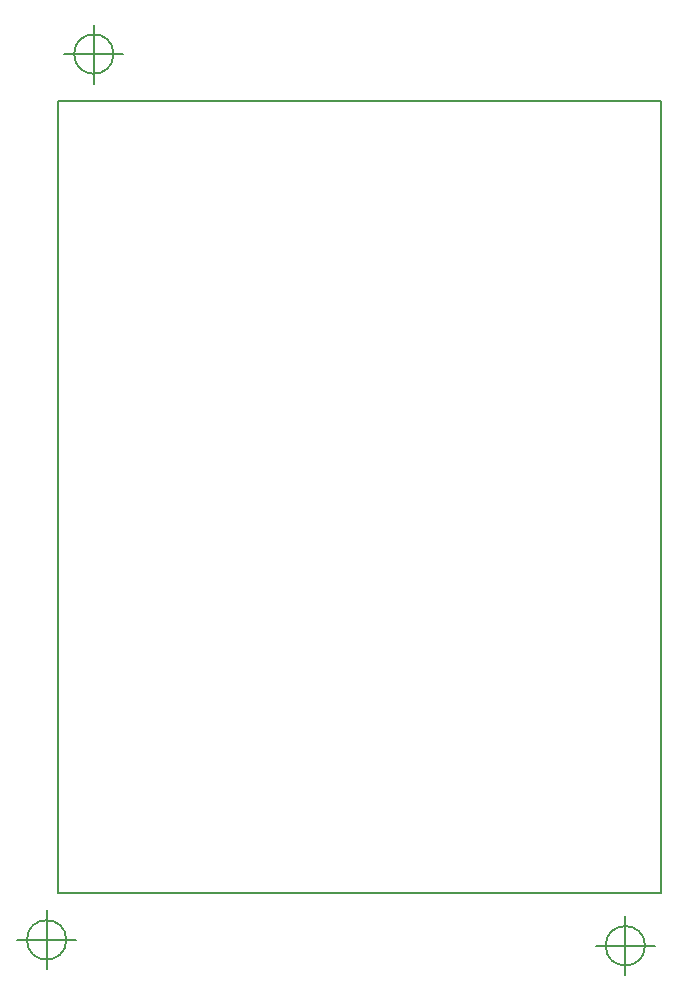
<source format=gm1>
G04 #@! TF.FileFunction,Profile,NP*
%FSLAX46Y46*%
G04 Gerber Fmt 4.6, Leading zero omitted, Abs format (unit mm)*
G04 Created by KiCad (PCBNEW 4.0.5) date 03/05/17 20:07:58*
%MOMM*%
%LPD*%
G01*
G04 APERTURE LIST*
%ADD10C,0.100000*%
%ADD11C,0.150000*%
G04 APERTURE END LIST*
D10*
D11*
X159666666Y-76750000D02*
G75*
G03X159666666Y-76750000I-1666666J0D01*
G01*
X155500000Y-76750000D02*
X160500000Y-76750000D01*
X158000000Y-74250000D02*
X158000000Y-79250000D01*
X204666666Y-152250000D02*
G75*
G03X204666666Y-152250000I-1666666J0D01*
G01*
X200500000Y-152250000D02*
X205500000Y-152250000D01*
X203000000Y-149750000D02*
X203000000Y-154750000D01*
X155666666Y-151750000D02*
G75*
G03X155666666Y-151750000I-1666666J0D01*
G01*
X151500000Y-151750000D02*
X156500000Y-151750000D01*
X154000000Y-149250000D02*
X154000000Y-154250000D01*
X155000000Y-80750000D02*
X155000000Y-147750000D01*
X206000000Y-80750000D02*
X155000000Y-80750000D01*
X206000000Y-147750000D02*
X206000000Y-80750000D01*
X155000000Y-147750000D02*
X206000000Y-147750000D01*
M02*

</source>
